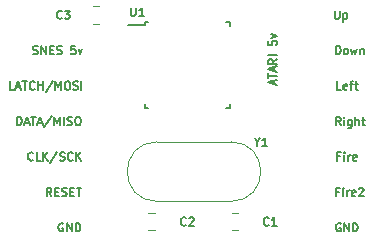
<source format=gto>
G04 #@! TF.GenerationSoftware,KiCad,Pcbnew,5.1.10-88a1d61d58~90~ubuntu20.04.1*
G04 #@! TF.CreationDate,2021-09-15T21:40:18+02:00*
G04 #@! TF.ProjectId,snes2atari,736e6573-3261-4746-9172-692e6b696361,rev?*
G04 #@! TF.SameCoordinates,Original*
G04 #@! TF.FileFunction,Legend,Top*
G04 #@! TF.FilePolarity,Positive*
%FSLAX46Y46*%
G04 Gerber Fmt 4.6, Leading zero omitted, Abs format (unit mm)*
G04 Created by KiCad (PCBNEW 5.1.10-88a1d61d58~90~ubuntu20.04.1) date 2021-09-15 21:40:18*
%MOMM*%
%LPD*%
G01*
G04 APERTURE LIST*
%ADD10C,0.120000*%
%ADD11C,0.150000*%
%ADD12C,1.500000*%
%ADD13R,0.550000X1.600000*%
%ADD14R,1.600000X0.550000*%
G04 APERTURE END LIST*
D10*
X131435000Y-87225000D02*
X125185000Y-87225000D01*
X131435000Y-92275000D02*
X125185000Y-92275000D01*
X125185000Y-87225000D02*
G75*
G03*
X125185000Y-92275000I0J-2525000D01*
G01*
X131435000Y-87225000D02*
G75*
G02*
X131435000Y-92275000I0J-2525000D01*
G01*
D11*
X124125000Y-77350000D02*
X122700000Y-77350000D01*
X131375000Y-77125000D02*
X131050000Y-77125000D01*
X131375000Y-84375000D02*
X131050000Y-84375000D01*
X124125000Y-84375000D02*
X124450000Y-84375000D01*
X124125000Y-77125000D02*
X124450000Y-77125000D01*
X124125000Y-84375000D02*
X124125000Y-84050000D01*
X131375000Y-84375000D02*
X131375000Y-84050000D01*
X131375000Y-77125000D02*
X131375000Y-77450000D01*
X124125000Y-77125000D02*
X124125000Y-77350000D01*
D10*
X119738748Y-77235000D02*
X120261252Y-77235000D01*
X119738748Y-75765000D02*
X120261252Y-75765000D01*
X124973752Y-93265000D02*
X124451248Y-93265000D01*
X124973752Y-94735000D02*
X124451248Y-94735000D01*
X131488748Y-94735000D02*
X132011252Y-94735000D01*
X131488748Y-93265000D02*
X132011252Y-93265000D01*
D11*
X133666666Y-87233333D02*
X133666666Y-87566666D01*
X133433333Y-86866666D02*
X133666666Y-87233333D01*
X133900000Y-86866666D01*
X134500000Y-87566666D02*
X134100000Y-87566666D01*
X134300000Y-87566666D02*
X134300000Y-86866666D01*
X134233333Y-86966666D01*
X134166666Y-87033333D01*
X134100000Y-87066666D01*
X122966666Y-75866666D02*
X122966666Y-76433333D01*
X123000000Y-76500000D01*
X123033333Y-76533333D01*
X123100000Y-76566666D01*
X123233333Y-76566666D01*
X123300000Y-76533333D01*
X123333333Y-76500000D01*
X123366666Y-76433333D01*
X123366666Y-75866666D01*
X124066666Y-76566666D02*
X123666666Y-76566666D01*
X123866666Y-76566666D02*
X123866666Y-75866666D01*
X123800000Y-75966666D01*
X123733333Y-76033333D01*
X123666666Y-76066666D01*
X117216666Y-94150000D02*
X117150000Y-94116666D01*
X117050000Y-94116666D01*
X116950000Y-94150000D01*
X116883333Y-94216666D01*
X116850000Y-94283333D01*
X116816666Y-94416666D01*
X116816666Y-94516666D01*
X116850000Y-94650000D01*
X116883333Y-94716666D01*
X116950000Y-94783333D01*
X117050000Y-94816666D01*
X117116666Y-94816666D01*
X117216666Y-94783333D01*
X117250000Y-94750000D01*
X117250000Y-94516666D01*
X117116666Y-94516666D01*
X117550000Y-94816666D02*
X117550000Y-94116666D01*
X117950000Y-94816666D01*
X117950000Y-94116666D01*
X118283333Y-94816666D02*
X118283333Y-94116666D01*
X118450000Y-94116666D01*
X118550000Y-94150000D01*
X118616666Y-94216666D01*
X118650000Y-94283333D01*
X118683333Y-94416666D01*
X118683333Y-94516666D01*
X118650000Y-94650000D01*
X118616666Y-94716666D01*
X118550000Y-94783333D01*
X118450000Y-94816666D01*
X118283333Y-94816666D01*
X140716666Y-94150000D02*
X140650000Y-94116666D01*
X140550000Y-94116666D01*
X140450000Y-94150000D01*
X140383333Y-94216666D01*
X140350000Y-94283333D01*
X140316666Y-94416666D01*
X140316666Y-94516666D01*
X140350000Y-94650000D01*
X140383333Y-94716666D01*
X140450000Y-94783333D01*
X140550000Y-94816666D01*
X140616666Y-94816666D01*
X140716666Y-94783333D01*
X140750000Y-94750000D01*
X140750000Y-94516666D01*
X140616666Y-94516666D01*
X141050000Y-94816666D02*
X141050000Y-94116666D01*
X141450000Y-94816666D01*
X141450000Y-94116666D01*
X141783333Y-94816666D02*
X141783333Y-94116666D01*
X141950000Y-94116666D01*
X142050000Y-94150000D01*
X142116666Y-94216666D01*
X142150000Y-94283333D01*
X142183333Y-94416666D01*
X142183333Y-94516666D01*
X142150000Y-94650000D01*
X142116666Y-94716666D01*
X142050000Y-94783333D01*
X141950000Y-94816666D01*
X141783333Y-94816666D01*
X116233333Y-91816666D02*
X116000000Y-91483333D01*
X115833333Y-91816666D02*
X115833333Y-91116666D01*
X116100000Y-91116666D01*
X116166666Y-91150000D01*
X116200000Y-91183333D01*
X116233333Y-91250000D01*
X116233333Y-91350000D01*
X116200000Y-91416666D01*
X116166666Y-91450000D01*
X116100000Y-91483333D01*
X115833333Y-91483333D01*
X116533333Y-91450000D02*
X116766666Y-91450000D01*
X116866666Y-91816666D02*
X116533333Y-91816666D01*
X116533333Y-91116666D01*
X116866666Y-91116666D01*
X117133333Y-91783333D02*
X117233333Y-91816666D01*
X117400000Y-91816666D01*
X117466666Y-91783333D01*
X117500000Y-91750000D01*
X117533333Y-91683333D01*
X117533333Y-91616666D01*
X117500000Y-91550000D01*
X117466666Y-91516666D01*
X117400000Y-91483333D01*
X117266666Y-91450000D01*
X117200000Y-91416666D01*
X117166666Y-91383333D01*
X117133333Y-91316666D01*
X117133333Y-91250000D01*
X117166666Y-91183333D01*
X117200000Y-91150000D01*
X117266666Y-91116666D01*
X117433333Y-91116666D01*
X117533333Y-91150000D01*
X117833333Y-91450000D02*
X118066666Y-91450000D01*
X118166666Y-91816666D02*
X117833333Y-91816666D01*
X117833333Y-91116666D01*
X118166666Y-91116666D01*
X118366666Y-91116666D02*
X118766666Y-91116666D01*
X118566666Y-91816666D02*
X118566666Y-91116666D01*
X140233333Y-76116666D02*
X140233333Y-76683333D01*
X140266666Y-76750000D01*
X140300000Y-76783333D01*
X140366666Y-76816666D01*
X140500000Y-76816666D01*
X140566666Y-76783333D01*
X140600000Y-76750000D01*
X140633333Y-76683333D01*
X140633333Y-76116666D01*
X140966666Y-76350000D02*
X140966666Y-77050000D01*
X140966666Y-76383333D02*
X141033333Y-76350000D01*
X141166666Y-76350000D01*
X141233333Y-76383333D01*
X141266666Y-76416666D01*
X141300000Y-76483333D01*
X141300000Y-76683333D01*
X141266666Y-76750000D01*
X141233333Y-76783333D01*
X141166666Y-76816666D01*
X141033333Y-76816666D01*
X140966666Y-76783333D01*
X140316666Y-79816666D02*
X140316666Y-79116666D01*
X140483333Y-79116666D01*
X140583333Y-79150000D01*
X140650000Y-79216666D01*
X140683333Y-79283333D01*
X140716666Y-79416666D01*
X140716666Y-79516666D01*
X140683333Y-79650000D01*
X140650000Y-79716666D01*
X140583333Y-79783333D01*
X140483333Y-79816666D01*
X140316666Y-79816666D01*
X141116666Y-79816666D02*
X141050000Y-79783333D01*
X141016666Y-79750000D01*
X140983333Y-79683333D01*
X140983333Y-79483333D01*
X141016666Y-79416666D01*
X141050000Y-79383333D01*
X141116666Y-79350000D01*
X141216666Y-79350000D01*
X141283333Y-79383333D01*
X141316666Y-79416666D01*
X141350000Y-79483333D01*
X141350000Y-79683333D01*
X141316666Y-79750000D01*
X141283333Y-79783333D01*
X141216666Y-79816666D01*
X141116666Y-79816666D01*
X141583333Y-79350000D02*
X141716666Y-79816666D01*
X141850000Y-79483333D01*
X141983333Y-79816666D01*
X142116666Y-79350000D01*
X142383333Y-79350000D02*
X142383333Y-79816666D01*
X142383333Y-79416666D02*
X142416666Y-79383333D01*
X142483333Y-79350000D01*
X142583333Y-79350000D01*
X142650000Y-79383333D01*
X142683333Y-79450000D01*
X142683333Y-79816666D01*
X140766666Y-82816666D02*
X140433333Y-82816666D01*
X140433333Y-82116666D01*
X141266666Y-82783333D02*
X141200000Y-82816666D01*
X141066666Y-82816666D01*
X141000000Y-82783333D01*
X140966666Y-82716666D01*
X140966666Y-82450000D01*
X141000000Y-82383333D01*
X141066666Y-82350000D01*
X141200000Y-82350000D01*
X141266666Y-82383333D01*
X141300000Y-82450000D01*
X141300000Y-82516666D01*
X140966666Y-82583333D01*
X141500000Y-82350000D02*
X141766666Y-82350000D01*
X141600000Y-82816666D02*
X141600000Y-82216666D01*
X141633333Y-82150000D01*
X141700000Y-82116666D01*
X141766666Y-82116666D01*
X141900000Y-82350000D02*
X142166666Y-82350000D01*
X142000000Y-82116666D02*
X142000000Y-82716666D01*
X142033333Y-82783333D01*
X142100000Y-82816666D01*
X142166666Y-82816666D01*
X140716666Y-85816666D02*
X140483333Y-85483333D01*
X140316666Y-85816666D02*
X140316666Y-85116666D01*
X140583333Y-85116666D01*
X140650000Y-85150000D01*
X140683333Y-85183333D01*
X140716666Y-85250000D01*
X140716666Y-85350000D01*
X140683333Y-85416666D01*
X140650000Y-85450000D01*
X140583333Y-85483333D01*
X140316666Y-85483333D01*
X141016666Y-85816666D02*
X141016666Y-85350000D01*
X141016666Y-85116666D02*
X140983333Y-85150000D01*
X141016666Y-85183333D01*
X141050000Y-85150000D01*
X141016666Y-85116666D01*
X141016666Y-85183333D01*
X141650000Y-85350000D02*
X141650000Y-85916666D01*
X141616666Y-85983333D01*
X141583333Y-86016666D01*
X141516666Y-86050000D01*
X141416666Y-86050000D01*
X141350000Y-86016666D01*
X141650000Y-85783333D02*
X141583333Y-85816666D01*
X141450000Y-85816666D01*
X141383333Y-85783333D01*
X141350000Y-85750000D01*
X141316666Y-85683333D01*
X141316666Y-85483333D01*
X141350000Y-85416666D01*
X141383333Y-85383333D01*
X141450000Y-85350000D01*
X141583333Y-85350000D01*
X141650000Y-85383333D01*
X141983333Y-85816666D02*
X141983333Y-85116666D01*
X142283333Y-85816666D02*
X142283333Y-85450000D01*
X142250000Y-85383333D01*
X142183333Y-85350000D01*
X142083333Y-85350000D01*
X142016666Y-85383333D01*
X141983333Y-85416666D01*
X142516666Y-85350000D02*
X142783333Y-85350000D01*
X142616666Y-85116666D02*
X142616666Y-85716666D01*
X142650000Y-85783333D01*
X142716666Y-85816666D01*
X142783333Y-85816666D01*
X140666666Y-88450000D02*
X140433333Y-88450000D01*
X140433333Y-88816666D02*
X140433333Y-88116666D01*
X140766666Y-88116666D01*
X141033333Y-88816666D02*
X141033333Y-88350000D01*
X141033333Y-88116666D02*
X141000000Y-88150000D01*
X141033333Y-88183333D01*
X141066666Y-88150000D01*
X141033333Y-88116666D01*
X141033333Y-88183333D01*
X141366666Y-88816666D02*
X141366666Y-88350000D01*
X141366666Y-88483333D02*
X141400000Y-88416666D01*
X141433333Y-88383333D01*
X141500000Y-88350000D01*
X141566666Y-88350000D01*
X142066666Y-88783333D02*
X142000000Y-88816666D01*
X141866666Y-88816666D01*
X141800000Y-88783333D01*
X141766666Y-88716666D01*
X141766666Y-88450000D01*
X141800000Y-88383333D01*
X141866666Y-88350000D01*
X142000000Y-88350000D01*
X142066666Y-88383333D01*
X142100000Y-88450000D01*
X142100000Y-88516666D01*
X141766666Y-88583333D01*
X140583333Y-91450000D02*
X140350000Y-91450000D01*
X140350000Y-91816666D02*
X140350000Y-91116666D01*
X140683333Y-91116666D01*
X140950000Y-91816666D02*
X140950000Y-91350000D01*
X140950000Y-91116666D02*
X140916666Y-91150000D01*
X140950000Y-91183333D01*
X140983333Y-91150000D01*
X140950000Y-91116666D01*
X140950000Y-91183333D01*
X141283333Y-91816666D02*
X141283333Y-91350000D01*
X141283333Y-91483333D02*
X141316666Y-91416666D01*
X141350000Y-91383333D01*
X141416666Y-91350000D01*
X141483333Y-91350000D01*
X141983333Y-91783333D02*
X141916666Y-91816666D01*
X141783333Y-91816666D01*
X141716666Y-91783333D01*
X141683333Y-91716666D01*
X141683333Y-91450000D01*
X141716666Y-91383333D01*
X141783333Y-91350000D01*
X141916666Y-91350000D01*
X141983333Y-91383333D01*
X142016666Y-91450000D01*
X142016666Y-91516666D01*
X141683333Y-91583333D01*
X142283333Y-91183333D02*
X142316666Y-91150000D01*
X142383333Y-91116666D01*
X142550000Y-91116666D01*
X142616666Y-91150000D01*
X142650000Y-91183333D01*
X142683333Y-91250000D01*
X142683333Y-91316666D01*
X142650000Y-91416666D01*
X142250000Y-91816666D01*
X142683333Y-91816666D01*
X114683333Y-88750000D02*
X114650000Y-88783333D01*
X114550000Y-88816666D01*
X114483333Y-88816666D01*
X114383333Y-88783333D01*
X114316666Y-88716666D01*
X114283333Y-88650000D01*
X114250000Y-88516666D01*
X114250000Y-88416666D01*
X114283333Y-88283333D01*
X114316666Y-88216666D01*
X114383333Y-88150000D01*
X114483333Y-88116666D01*
X114550000Y-88116666D01*
X114650000Y-88150000D01*
X114683333Y-88183333D01*
X115316666Y-88816666D02*
X114983333Y-88816666D01*
X114983333Y-88116666D01*
X115550000Y-88816666D02*
X115550000Y-88116666D01*
X115950000Y-88816666D02*
X115650000Y-88416666D01*
X115950000Y-88116666D02*
X115550000Y-88516666D01*
X116750000Y-88083333D02*
X116150000Y-88983333D01*
X116950000Y-88783333D02*
X117050000Y-88816666D01*
X117216666Y-88816666D01*
X117283333Y-88783333D01*
X117316666Y-88750000D01*
X117350000Y-88683333D01*
X117350000Y-88616666D01*
X117316666Y-88550000D01*
X117283333Y-88516666D01*
X117216666Y-88483333D01*
X117083333Y-88450000D01*
X117016666Y-88416666D01*
X116983333Y-88383333D01*
X116950000Y-88316666D01*
X116950000Y-88250000D01*
X116983333Y-88183333D01*
X117016666Y-88150000D01*
X117083333Y-88116666D01*
X117250000Y-88116666D01*
X117350000Y-88150000D01*
X118050000Y-88750000D02*
X118016666Y-88783333D01*
X117916666Y-88816666D01*
X117850000Y-88816666D01*
X117750000Y-88783333D01*
X117683333Y-88716666D01*
X117650000Y-88650000D01*
X117616666Y-88516666D01*
X117616666Y-88416666D01*
X117650000Y-88283333D01*
X117683333Y-88216666D01*
X117750000Y-88150000D01*
X117850000Y-88116666D01*
X117916666Y-88116666D01*
X118016666Y-88150000D01*
X118050000Y-88183333D01*
X118350000Y-88816666D02*
X118350000Y-88116666D01*
X118750000Y-88816666D02*
X118450000Y-88416666D01*
X118750000Y-88116666D02*
X118350000Y-88516666D01*
X113316666Y-85816666D02*
X113316666Y-85116666D01*
X113483333Y-85116666D01*
X113583333Y-85150000D01*
X113650000Y-85216666D01*
X113683333Y-85283333D01*
X113716666Y-85416666D01*
X113716666Y-85516666D01*
X113683333Y-85650000D01*
X113650000Y-85716666D01*
X113583333Y-85783333D01*
X113483333Y-85816666D01*
X113316666Y-85816666D01*
X113983333Y-85616666D02*
X114316666Y-85616666D01*
X113916666Y-85816666D02*
X114150000Y-85116666D01*
X114383333Y-85816666D01*
X114516666Y-85116666D02*
X114916666Y-85116666D01*
X114716666Y-85816666D02*
X114716666Y-85116666D01*
X115116666Y-85616666D02*
X115450000Y-85616666D01*
X115050000Y-85816666D02*
X115283333Y-85116666D01*
X115516666Y-85816666D01*
X116250000Y-85083333D02*
X115650000Y-85983333D01*
X116483333Y-85816666D02*
X116483333Y-85116666D01*
X116716666Y-85616666D01*
X116950000Y-85116666D01*
X116950000Y-85816666D01*
X117283333Y-85816666D02*
X117283333Y-85116666D01*
X117583333Y-85783333D02*
X117683333Y-85816666D01*
X117850000Y-85816666D01*
X117916666Y-85783333D01*
X117950000Y-85750000D01*
X117983333Y-85683333D01*
X117983333Y-85616666D01*
X117950000Y-85550000D01*
X117916666Y-85516666D01*
X117850000Y-85483333D01*
X117716666Y-85450000D01*
X117650000Y-85416666D01*
X117616666Y-85383333D01*
X117583333Y-85316666D01*
X117583333Y-85250000D01*
X117616666Y-85183333D01*
X117650000Y-85150000D01*
X117716666Y-85116666D01*
X117883333Y-85116666D01*
X117983333Y-85150000D01*
X118416666Y-85116666D02*
X118550000Y-85116666D01*
X118616666Y-85150000D01*
X118683333Y-85216666D01*
X118716666Y-85350000D01*
X118716666Y-85583333D01*
X118683333Y-85716666D01*
X118616666Y-85783333D01*
X118550000Y-85816666D01*
X118416666Y-85816666D01*
X118350000Y-85783333D01*
X118283333Y-85716666D01*
X118250000Y-85583333D01*
X118250000Y-85350000D01*
X118283333Y-85216666D01*
X118350000Y-85150000D01*
X118416666Y-85116666D01*
X113050000Y-82816666D02*
X112716666Y-82816666D01*
X112716666Y-82116666D01*
X113250000Y-82616666D02*
X113583333Y-82616666D01*
X113183333Y-82816666D02*
X113416666Y-82116666D01*
X113650000Y-82816666D01*
X113783333Y-82116666D02*
X114183333Y-82116666D01*
X113983333Y-82816666D02*
X113983333Y-82116666D01*
X114816666Y-82750000D02*
X114783333Y-82783333D01*
X114683333Y-82816666D01*
X114616666Y-82816666D01*
X114516666Y-82783333D01*
X114450000Y-82716666D01*
X114416666Y-82650000D01*
X114383333Y-82516666D01*
X114383333Y-82416666D01*
X114416666Y-82283333D01*
X114450000Y-82216666D01*
X114516666Y-82150000D01*
X114616666Y-82116666D01*
X114683333Y-82116666D01*
X114783333Y-82150000D01*
X114816666Y-82183333D01*
X115116666Y-82816666D02*
X115116666Y-82116666D01*
X115116666Y-82450000D02*
X115516666Y-82450000D01*
X115516666Y-82816666D02*
X115516666Y-82116666D01*
X116350000Y-82083333D02*
X115750000Y-82983333D01*
X116583333Y-82816666D02*
X116583333Y-82116666D01*
X116816666Y-82616666D01*
X117050000Y-82116666D01*
X117050000Y-82816666D01*
X117516666Y-82116666D02*
X117650000Y-82116666D01*
X117716666Y-82150000D01*
X117783333Y-82216666D01*
X117816666Y-82350000D01*
X117816666Y-82583333D01*
X117783333Y-82716666D01*
X117716666Y-82783333D01*
X117650000Y-82816666D01*
X117516666Y-82816666D01*
X117450000Y-82783333D01*
X117383333Y-82716666D01*
X117350000Y-82583333D01*
X117350000Y-82350000D01*
X117383333Y-82216666D01*
X117450000Y-82150000D01*
X117516666Y-82116666D01*
X118083333Y-82783333D02*
X118183333Y-82816666D01*
X118350000Y-82816666D01*
X118416666Y-82783333D01*
X118450000Y-82750000D01*
X118483333Y-82683333D01*
X118483333Y-82616666D01*
X118450000Y-82550000D01*
X118416666Y-82516666D01*
X118350000Y-82483333D01*
X118216666Y-82450000D01*
X118150000Y-82416666D01*
X118116666Y-82383333D01*
X118083333Y-82316666D01*
X118083333Y-82250000D01*
X118116666Y-82183333D01*
X118150000Y-82150000D01*
X118216666Y-82116666D01*
X118383333Y-82116666D01*
X118483333Y-82150000D01*
X118783333Y-82816666D02*
X118783333Y-82116666D01*
X114666666Y-79783333D02*
X114766666Y-79816666D01*
X114933333Y-79816666D01*
X115000000Y-79783333D01*
X115033333Y-79750000D01*
X115066666Y-79683333D01*
X115066666Y-79616666D01*
X115033333Y-79550000D01*
X115000000Y-79516666D01*
X114933333Y-79483333D01*
X114800000Y-79450000D01*
X114733333Y-79416666D01*
X114700000Y-79383333D01*
X114666666Y-79316666D01*
X114666666Y-79250000D01*
X114700000Y-79183333D01*
X114733333Y-79150000D01*
X114800000Y-79116666D01*
X114966666Y-79116666D01*
X115066666Y-79150000D01*
X115366666Y-79816666D02*
X115366666Y-79116666D01*
X115766666Y-79816666D01*
X115766666Y-79116666D01*
X116100000Y-79450000D02*
X116333333Y-79450000D01*
X116433333Y-79816666D02*
X116100000Y-79816666D01*
X116100000Y-79116666D01*
X116433333Y-79116666D01*
X116700000Y-79783333D02*
X116800000Y-79816666D01*
X116966666Y-79816666D01*
X117033333Y-79783333D01*
X117066666Y-79750000D01*
X117100000Y-79683333D01*
X117100000Y-79616666D01*
X117066666Y-79550000D01*
X117033333Y-79516666D01*
X116966666Y-79483333D01*
X116833333Y-79450000D01*
X116766666Y-79416666D01*
X116733333Y-79383333D01*
X116700000Y-79316666D01*
X116700000Y-79250000D01*
X116733333Y-79183333D01*
X116766666Y-79150000D01*
X116833333Y-79116666D01*
X117000000Y-79116666D01*
X117100000Y-79150000D01*
X118266666Y-79116666D02*
X117933333Y-79116666D01*
X117900000Y-79450000D01*
X117933333Y-79416666D01*
X118000000Y-79383333D01*
X118166666Y-79383333D01*
X118233333Y-79416666D01*
X118266666Y-79450000D01*
X118300000Y-79516666D01*
X118300000Y-79683333D01*
X118266666Y-79750000D01*
X118233333Y-79783333D01*
X118166666Y-79816666D01*
X118000000Y-79816666D01*
X117933333Y-79783333D01*
X117900000Y-79750000D01*
X118533333Y-79350000D02*
X118700000Y-79816666D01*
X118866666Y-79350000D01*
X135116666Y-82366666D02*
X135116666Y-82033333D01*
X135316666Y-82433333D02*
X134616666Y-82200000D01*
X135316666Y-81966666D01*
X134616666Y-81833333D02*
X134616666Y-81433333D01*
X135316666Y-81633333D02*
X134616666Y-81633333D01*
X135116666Y-81233333D02*
X135116666Y-80900000D01*
X135316666Y-81300000D02*
X134616666Y-81066666D01*
X135316666Y-80833333D01*
X135316666Y-80200000D02*
X134983333Y-80433333D01*
X135316666Y-80600000D02*
X134616666Y-80600000D01*
X134616666Y-80333333D01*
X134650000Y-80266666D01*
X134683333Y-80233333D01*
X134750000Y-80200000D01*
X134850000Y-80200000D01*
X134916666Y-80233333D01*
X134950000Y-80266666D01*
X134983333Y-80333333D01*
X134983333Y-80600000D01*
X135316666Y-79900000D02*
X134616666Y-79900000D01*
X134616666Y-78700000D02*
X134616666Y-79033333D01*
X134950000Y-79066666D01*
X134916666Y-79033333D01*
X134883333Y-78966666D01*
X134883333Y-78800000D01*
X134916666Y-78733333D01*
X134950000Y-78700000D01*
X135016666Y-78666666D01*
X135183333Y-78666666D01*
X135250000Y-78700000D01*
X135283333Y-78733333D01*
X135316666Y-78800000D01*
X135316666Y-78966666D01*
X135283333Y-79033333D01*
X135250000Y-79066666D01*
X134850000Y-78433333D02*
X135316666Y-78266666D01*
X134850000Y-78100000D01*
X117133333Y-76750000D02*
X117100000Y-76783333D01*
X117000000Y-76816666D01*
X116933333Y-76816666D01*
X116833333Y-76783333D01*
X116766666Y-76716666D01*
X116733333Y-76650000D01*
X116700000Y-76516666D01*
X116700000Y-76416666D01*
X116733333Y-76283333D01*
X116766666Y-76216666D01*
X116833333Y-76150000D01*
X116933333Y-76116666D01*
X117000000Y-76116666D01*
X117100000Y-76150000D01*
X117133333Y-76183333D01*
X117366666Y-76116666D02*
X117800000Y-76116666D01*
X117566666Y-76383333D01*
X117666666Y-76383333D01*
X117733333Y-76416666D01*
X117766666Y-76450000D01*
X117800000Y-76516666D01*
X117800000Y-76683333D01*
X117766666Y-76750000D01*
X117733333Y-76783333D01*
X117666666Y-76816666D01*
X117466666Y-76816666D01*
X117400000Y-76783333D01*
X117366666Y-76750000D01*
X127633333Y-94250000D02*
X127600000Y-94283333D01*
X127500000Y-94316666D01*
X127433333Y-94316666D01*
X127333333Y-94283333D01*
X127266666Y-94216666D01*
X127233333Y-94150000D01*
X127200000Y-94016666D01*
X127200000Y-93916666D01*
X127233333Y-93783333D01*
X127266666Y-93716666D01*
X127333333Y-93650000D01*
X127433333Y-93616666D01*
X127500000Y-93616666D01*
X127600000Y-93650000D01*
X127633333Y-93683333D01*
X127900000Y-93683333D02*
X127933333Y-93650000D01*
X128000000Y-93616666D01*
X128166666Y-93616666D01*
X128233333Y-93650000D01*
X128266666Y-93683333D01*
X128300000Y-93750000D01*
X128300000Y-93816666D01*
X128266666Y-93916666D01*
X127866666Y-94316666D01*
X128300000Y-94316666D01*
X134633333Y-94250000D02*
X134600000Y-94283333D01*
X134500000Y-94316666D01*
X134433333Y-94316666D01*
X134333333Y-94283333D01*
X134266666Y-94216666D01*
X134233333Y-94150000D01*
X134200000Y-94016666D01*
X134200000Y-93916666D01*
X134233333Y-93783333D01*
X134266666Y-93716666D01*
X134333333Y-93650000D01*
X134433333Y-93616666D01*
X134500000Y-93616666D01*
X134600000Y-93650000D01*
X134633333Y-93683333D01*
X135300000Y-94316666D02*
X134900000Y-94316666D01*
X135100000Y-94316666D02*
X135100000Y-93616666D01*
X135033333Y-93716666D01*
X134966666Y-93783333D01*
X134900000Y-93816666D01*
%LPC*%
D12*
X125870000Y-89750000D03*
X130750000Y-89750000D03*
D13*
X124950000Y-76500000D03*
X125750000Y-76500000D03*
X126550000Y-76500000D03*
X127350000Y-76500000D03*
X128150000Y-76500000D03*
X128950000Y-76500000D03*
X129750000Y-76500000D03*
X130550000Y-76500000D03*
D14*
X132000000Y-77950000D03*
X132000000Y-78750000D03*
X132000000Y-79550000D03*
X132000000Y-80350000D03*
X132000000Y-81150000D03*
X132000000Y-81950000D03*
X132000000Y-82750000D03*
X132000000Y-83550000D03*
D13*
X130550000Y-85000000D03*
X129750000Y-85000000D03*
X128950000Y-85000000D03*
X128150000Y-85000000D03*
X127350000Y-85000000D03*
X126550000Y-85000000D03*
X125750000Y-85000000D03*
X124950000Y-85000000D03*
D14*
X123500000Y-83550000D03*
X123500000Y-82750000D03*
X123500000Y-81950000D03*
X123500000Y-81150000D03*
X123500000Y-80350000D03*
X123500000Y-79550000D03*
X123500000Y-78750000D03*
X123500000Y-77950000D03*
G36*
G01*
X119325000Y-95175001D02*
X119325000Y-93824999D01*
G75*
G02*
X119574999Y-93575000I249999J0D01*
G01*
X120925001Y-93575000D01*
G75*
G02*
X121175000Y-93824999I0J-249999D01*
G01*
X121175000Y-95175001D01*
G75*
G02*
X120925001Y-95425000I-249999J0D01*
G01*
X119574999Y-95425000D01*
G75*
G02*
X119325000Y-95175001I0J249999D01*
G01*
G37*
G36*
G01*
X137825000Y-95175001D02*
X137825000Y-93824999D01*
G75*
G02*
X138074999Y-93575000I249999J0D01*
G01*
X139425001Y-93575000D01*
G75*
G02*
X139675000Y-93824999I0J-249999D01*
G01*
X139675000Y-95175001D01*
G75*
G02*
X139425001Y-95425000I-249999J0D01*
G01*
X138074999Y-95425000D01*
G75*
G02*
X137825000Y-95175001I0J249999D01*
G01*
G37*
G36*
G01*
X119325000Y-92175001D02*
X119325000Y-90824999D01*
G75*
G02*
X119574999Y-90575000I249999J0D01*
G01*
X120925001Y-90575000D01*
G75*
G02*
X121175000Y-90824999I0J-249999D01*
G01*
X121175000Y-92175001D01*
G75*
G02*
X120925001Y-92425000I-249999J0D01*
G01*
X119574999Y-92425000D01*
G75*
G02*
X119325000Y-92175001I0J249999D01*
G01*
G37*
G36*
G01*
X137825000Y-77175001D02*
X137825000Y-75824999D01*
G75*
G02*
X138074999Y-75575000I249999J0D01*
G01*
X139425001Y-75575000D01*
G75*
G02*
X139675000Y-75824999I0J-249999D01*
G01*
X139675000Y-77175001D01*
G75*
G02*
X139425001Y-77425000I-249999J0D01*
G01*
X138074999Y-77425000D01*
G75*
G02*
X137825000Y-77175001I0J249999D01*
G01*
G37*
G36*
G01*
X137825000Y-80175001D02*
X137825000Y-78824999D01*
G75*
G02*
X138074999Y-78575000I249999J0D01*
G01*
X139425001Y-78575000D01*
G75*
G02*
X139675000Y-78824999I0J-249999D01*
G01*
X139675000Y-80175001D01*
G75*
G02*
X139425001Y-80425000I-249999J0D01*
G01*
X138074999Y-80425000D01*
G75*
G02*
X137825000Y-80175001I0J249999D01*
G01*
G37*
G36*
G01*
X137825000Y-83175001D02*
X137825000Y-81824999D01*
G75*
G02*
X138074999Y-81575000I249999J0D01*
G01*
X139425001Y-81575000D01*
G75*
G02*
X139675000Y-81824999I0J-249999D01*
G01*
X139675000Y-83175001D01*
G75*
G02*
X139425001Y-83425000I-249999J0D01*
G01*
X138074999Y-83425000D01*
G75*
G02*
X137825000Y-83175001I0J249999D01*
G01*
G37*
G36*
G01*
X137825000Y-86175001D02*
X137825000Y-84824999D01*
G75*
G02*
X138074999Y-84575000I249999J0D01*
G01*
X139425001Y-84575000D01*
G75*
G02*
X139675000Y-84824999I0J-249999D01*
G01*
X139675000Y-86175001D01*
G75*
G02*
X139425001Y-86425000I-249999J0D01*
G01*
X138074999Y-86425000D01*
G75*
G02*
X137825000Y-86175001I0J249999D01*
G01*
G37*
G36*
G01*
X137825000Y-89175001D02*
X137825000Y-87824999D01*
G75*
G02*
X138074999Y-87575000I249999J0D01*
G01*
X139425001Y-87575000D01*
G75*
G02*
X139675000Y-87824999I0J-249999D01*
G01*
X139675000Y-89175001D01*
G75*
G02*
X139425001Y-89425000I-249999J0D01*
G01*
X138074999Y-89425000D01*
G75*
G02*
X137825000Y-89175001I0J249999D01*
G01*
G37*
G36*
G01*
X137825000Y-92175001D02*
X137825000Y-90824999D01*
G75*
G02*
X138074999Y-90575000I249999J0D01*
G01*
X139425001Y-90575000D01*
G75*
G02*
X139675000Y-90824999I0J-249999D01*
G01*
X139675000Y-92175001D01*
G75*
G02*
X139425001Y-92425000I-249999J0D01*
G01*
X138074999Y-92425000D01*
G75*
G02*
X137825000Y-92175001I0J249999D01*
G01*
G37*
G36*
G01*
X119325000Y-89175001D02*
X119325000Y-87824999D01*
G75*
G02*
X119574999Y-87575000I249999J0D01*
G01*
X120925001Y-87575000D01*
G75*
G02*
X121175000Y-87824999I0J-249999D01*
G01*
X121175000Y-89175001D01*
G75*
G02*
X120925001Y-89425000I-249999J0D01*
G01*
X119574999Y-89425000D01*
G75*
G02*
X119325000Y-89175001I0J249999D01*
G01*
G37*
G36*
G01*
X119325000Y-86175001D02*
X119325000Y-84824999D01*
G75*
G02*
X119574999Y-84575000I249999J0D01*
G01*
X120925001Y-84575000D01*
G75*
G02*
X121175000Y-84824999I0J-249999D01*
G01*
X121175000Y-86175001D01*
G75*
G02*
X120925001Y-86425000I-249999J0D01*
G01*
X119574999Y-86425000D01*
G75*
G02*
X119325000Y-86175001I0J249999D01*
G01*
G37*
G36*
G01*
X119325000Y-83175001D02*
X119325000Y-81824999D01*
G75*
G02*
X119574999Y-81575000I249999J0D01*
G01*
X120925001Y-81575000D01*
G75*
G02*
X121175000Y-81824999I0J-249999D01*
G01*
X121175000Y-83175001D01*
G75*
G02*
X120925001Y-83425000I-249999J0D01*
G01*
X119574999Y-83425000D01*
G75*
G02*
X119325000Y-83175001I0J249999D01*
G01*
G37*
G36*
G01*
X119325000Y-80175001D02*
X119325000Y-78824999D01*
G75*
G02*
X119574999Y-78575000I249999J0D01*
G01*
X120925001Y-78575000D01*
G75*
G02*
X121175000Y-78824999I0J-249999D01*
G01*
X121175000Y-80175001D01*
G75*
G02*
X120925001Y-80425000I-249999J0D01*
G01*
X119574999Y-80425000D01*
G75*
G02*
X119325000Y-80175001I0J249999D01*
G01*
G37*
G36*
G01*
X134075000Y-77175001D02*
X134075000Y-75824999D01*
G75*
G02*
X134324999Y-75575000I249999J0D01*
G01*
X135675001Y-75575000D01*
G75*
G02*
X135925000Y-75824999I0J-249999D01*
G01*
X135925000Y-77175001D01*
G75*
G02*
X135675001Y-77425000I-249999J0D01*
G01*
X134324999Y-77425000D01*
G75*
G02*
X134075000Y-77175001I0J249999D01*
G01*
G37*
G36*
G01*
X120450000Y-76975000D02*
X120450000Y-76025000D01*
G75*
G02*
X120700000Y-75775000I250000J0D01*
G01*
X121375000Y-75775000D01*
G75*
G02*
X121625000Y-76025000I0J-250000D01*
G01*
X121625000Y-76975000D01*
G75*
G02*
X121375000Y-77225000I-250000J0D01*
G01*
X120700000Y-77225000D01*
G75*
G02*
X120450000Y-76975000I0J250000D01*
G01*
G37*
G36*
G01*
X118375000Y-76975000D02*
X118375000Y-76025000D01*
G75*
G02*
X118625000Y-75775000I250000J0D01*
G01*
X119300000Y-75775000D01*
G75*
G02*
X119550000Y-76025000I0J-250000D01*
G01*
X119550000Y-76975000D01*
G75*
G02*
X119300000Y-77225000I-250000J0D01*
G01*
X118625000Y-77225000D01*
G75*
G02*
X118375000Y-76975000I0J250000D01*
G01*
G37*
G36*
G01*
X124262500Y-93525000D02*
X124262500Y-94475000D01*
G75*
G02*
X124012500Y-94725000I-250000J0D01*
G01*
X123337500Y-94725000D01*
G75*
G02*
X123087500Y-94475000I0J250000D01*
G01*
X123087500Y-93525000D01*
G75*
G02*
X123337500Y-93275000I250000J0D01*
G01*
X124012500Y-93275000D01*
G75*
G02*
X124262500Y-93525000I0J-250000D01*
G01*
G37*
G36*
G01*
X126337500Y-93525000D02*
X126337500Y-94475000D01*
G75*
G02*
X126087500Y-94725000I-250000J0D01*
G01*
X125412500Y-94725000D01*
G75*
G02*
X125162500Y-94475000I0J250000D01*
G01*
X125162500Y-93525000D01*
G75*
G02*
X125412500Y-93275000I250000J0D01*
G01*
X126087500Y-93275000D01*
G75*
G02*
X126337500Y-93525000I0J-250000D01*
G01*
G37*
G36*
G01*
X132200000Y-94475000D02*
X132200000Y-93525000D01*
G75*
G02*
X132450000Y-93275000I250000J0D01*
G01*
X133125000Y-93275000D01*
G75*
G02*
X133375000Y-93525000I0J-250000D01*
G01*
X133375000Y-94475000D01*
G75*
G02*
X133125000Y-94725000I-250000J0D01*
G01*
X132450000Y-94725000D01*
G75*
G02*
X132200000Y-94475000I0J250000D01*
G01*
G37*
G36*
G01*
X130125000Y-94475000D02*
X130125000Y-93525000D01*
G75*
G02*
X130375000Y-93275000I250000J0D01*
G01*
X131050000Y-93275000D01*
G75*
G02*
X131300000Y-93525000I0J-250000D01*
G01*
X131300000Y-94475000D01*
G75*
G02*
X131050000Y-94725000I-250000J0D01*
G01*
X130375000Y-94725000D01*
G75*
G02*
X130125000Y-94475000I0J250000D01*
G01*
G37*
M02*

</source>
